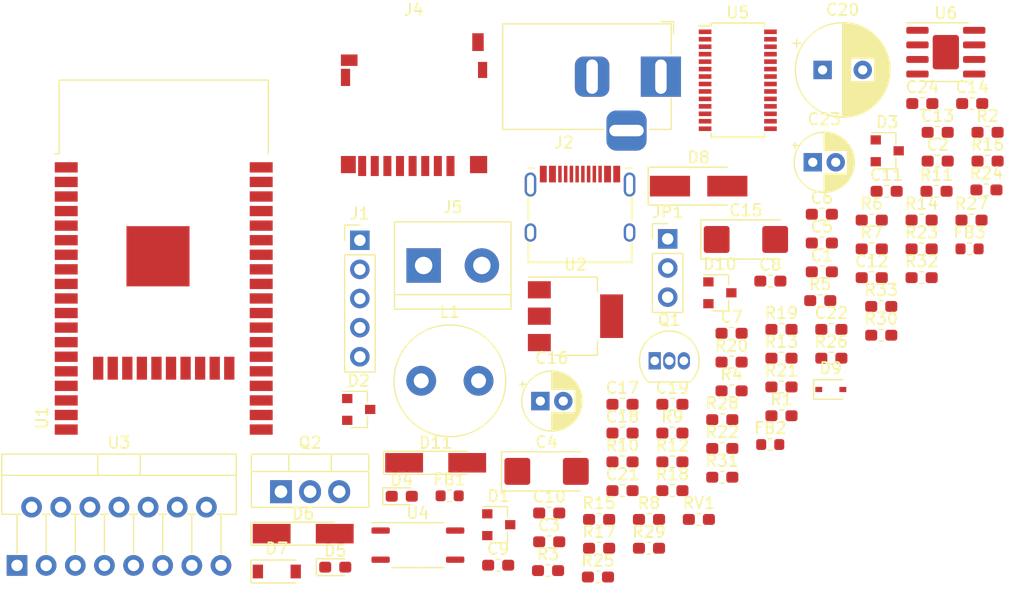
<source format=kicad_pcb>
(kicad_pcb (version 20171130) (host pcbnew 5.1.5+dfsg1-2build2)
  (layers (0 F.Cu signal) (31 B.Cu signal) (34 B.Paste user) (35 F.Paste user) (36 B.SilkS user) (37 F.SilkS user) (38 B.Mask user) (39 F.Mask user) (44 Edge.Cuts user))
  (net 0 "")
  (net 1 GND)
  (net 2 /EN)
  (net 3 "Net-(C2-Pad1)")
  (net 4 "Net-(C11-Pad1)")
  (net 5 "Net-(C6-Pad1)")
  (net 6 +3V3)
  (net 7 "Net-(C10-Pad1)")
  (net 8 "Net-(C16-Pad1)")
  (net 9 "Net-(C17-Pad2)")
  (net 10 "Net-(C18-Pad2)")
  (net 11 "Net-(C20-Pad2)")
  (net 12 "Net-(C20-Pad1)")
  (net 13 "Net-(C22-Pad1)")
  (net 14 "Net-(C23-Pad1)")
  (net 15 /sd_cmd)
  (net 16 /sd_clk)
  (net 17 /sd_d2)
  (net 18 /sd_d3)
  (net 19 /sd_d0)
  (net 20 /sd_d1)
  (net 21 "Net-(D4-Pad2)")
  (net 22 "Net-(D5-Pad2)")
  (net 23 "Net-(D5-Pad1)")
  (net 24 "Net-(D6-Pad2)")
  (net 25 "Net-(D6-Pad1)")
  (net 26 "Net-(D8-Pad2)")
  (net 27 /dial_det)
  (net 28 /i2s_mclk)
  (net 29 /TXD)
  (net 30 /RXD)
  (net 31 "Net-(J2-Pad1)")
  (net 32 "Net-(J3-PadA4)")
  (net 33 "Net-(J3-PadB8)")
  (net 34 "Net-(J3-PadA5)")
  (net 35 "Net-(J3-PadB7)")
  (net 36 "Net-(J3-PadA6)")
  (net 37 "Net-(J3-PadA7)")
  (net 38 "Net-(J3-PadB6)")
  (net 39 "Net-(J3-PadA8)")
  (net 40 "Net-(J3-PadB5)")
  (net 41 /sd_det)
  (net 42 "Net-(J5-Pad2)")
  (net 43 "Net-(J5-Pad1)")
  (net 44 "Net-(Q1-Pad3)")
  (net 45 "Net-(R9-Pad2)")
  (net 46 /i2c_sda)
  (net 47 /i2c_scl)
  (net 48 /i2s_dac_in)
  (net 49 "Net-(R14-Pad1)")
  (net 50 /i2s_bclk)
  (net 51 "Net-(R15-Pad1)")
  (net 52 /i2s_adc_out)
  (net 53 "Net-(R16-Pad1)")
  (net 54 /i2s_lrclk)
  (net 55 "Net-(R17-Pad1)")
  (net 56 "Net-(R18-Pad1)")
  (net 57 /hook_det)
  (net 58 "Net-(R21-Pad2)")
  (net 59 /dcdc_fb)
  (net 60 "Net-(R24-Pad1)")
  (net 61 "Net-(R25-Pad1)")
  (net 62 "Net-(R28-Pad1)")
  (net 63 "Net-(R30-Pad1)")
  (net 64 "Net-(R32-Pad2)")
  (net 65 "Net-(U1-Pad22)")
  (net 66 "Net-(U1-Pad20)")
  (net 67 "Net-(U1-Pad21)")
  (net 68 "Net-(U1-Pad17)")
  (net 69 "Net-(U1-Pad19)")
  (net 70 "Net-(U1-Pad18)")
  (net 71 "Net-(U1-Pad32)")
  (net 72 /line_phase_B)
  (net 73 /line_phase_A)
  (net 74 /dcdc_drv)
  (net 75 "Net-(U1-Pad28)")
  (net 76 "Net-(U1-Pad27)")
  (net 77 "Net-(U1-Pad5)")
  (net 78 "Net-(U3-Pad7)")
  (net 79 "Net-(U3-Pad3)")
  (net 80 "Net-(U5-Pad26)")
  (net 81 "Net-(U5-Pad19)")
  (net 82 "Net-(U5-Pad18)")
  (net 83 "Net-(U5-Pad17)")
  (net 84 "Net-(U5-Pad13)")
  (net 85 "Net-(U5-Pad12)")
  (net 86 "Net-(U5-Pad10)")
  (net 87 "Net-(U5-Pad2)")
  (module Package_SO:SOIC-8-1EP_3.9x4.9mm_P1.27mm_EP2.29x3mm (layer F.Cu) (at 163.21 59.59)
    (fp_text reference U6 (at 0 -3.4) (layer F.SilkS))
    (fp_text value LM358)
    (pad 8 smd roundrect (at 2.475 -1.905) (size 1.95 0.6) (layers F.Cu F.Paste F.Mask) (net 14 "Net-(C23-Pad1)"))
    (pad 7 smd roundrect (at 2.475 -0.635) (size 1.95 0.6) (layers F.Cu F.Paste F.Mask) (net 64 "Net-(R32-Pad2)"))
    (pad 6 smd roundrect (at 2.475 0.635) (size 1.95 0.6) (layers F.Cu F.Paste F.Mask) (net 62 "Net-(R28-Pad1)"))
    (pad 5 smd roundrect (at 2.475 1.905) (size 1.95 0.6) (layers F.Cu F.Paste F.Mask) (net 63 "Net-(R30-Pad1)"))
    (pad 4 smd roundrect (at -2.475 1.905) (size 1.95 0.6) (layers F.Cu F.Paste F.Mask) (net 1 GND))
    (pad 3 smd roundrect (at -2.475 0.635) (size 1.95 0.6) (layers F.Cu F.Paste F.Mask) (net 60 "Net-(R24-Pad1)"))
    (pad 2 smd roundrect (at -2.475 -0.635) (size 1.95 0.6) (layers F.Cu F.Paste F.Mask) (net 61 "Net-(R25-Pad1)"))
    (pad 1 smd roundrect (at -2.475 -1.905) (size 1.95 0.6) (layers F.Cu F.Paste F.Mask) (net 62 "Net-(R28-Pad1)"))
    (pad 9 smd roundrect (at 0 0) (size 2.29 3) (layers F.Cu F.Mask) (roundrect_rratio 0.10917))
  )
  (module Package_SO:TSSOP-28_4.4x9.7mm_P0.65mm (layer F.Cu) (at 145.07 62.04)
    (fp_text reference U5 (at 0 -5.9) (layer F.SilkS))
    (fp_text value TLV320AIC23BPW)
    (pad 28 smd rect (at 2.85 -4.225) (size 1.1 0.4) (layers F.Cu F.Paste F.Mask) (net 1 GND))
    (pad 27 smd rect (at 2.85 -3.575) (size 1.1 0.4) (layers F.Cu F.Paste F.Mask) (net 7 "Net-(C10-Pad1)"))
    (pad 26 smd rect (at 2.85 -2.925) (size 1.1 0.4) (layers F.Cu F.Paste F.Mask) (net 80 "Net-(U5-Pad26)"))
    (pad 25 smd rect (at 2.85 -2.275) (size 1.1 0.4) (layers F.Cu F.Paste F.Mask) (net 56 "Net-(R18-Pad1)"))
    (pad 24 smd rect (at 2.85 -1.625) (size 1.1 0.4) (layers F.Cu F.Paste F.Mask) (net 47 /i2c_scl))
    (pad 23 smd rect (at 2.85 -0.975) (size 1.1 0.4) (layers F.Cu F.Paste F.Mask) (net 46 /i2c_sda))
    (pad 22 smd rect (at 2.85 -0.325) (size 1.1 0.4) (layers F.Cu F.Paste F.Mask) (net 1 GND))
    (pad 21 smd rect (at 2.85 0.325) (size 1.1 0.4) (layers F.Cu F.Paste F.Mask) (net 1 GND))
    (pad 20 smd rect (at 2.85 0.975) (size 1.1 0.4) (layers F.Cu F.Paste F.Mask) (net 10 "Net-(C18-Pad2)"))
    (pad 19 smd rect (at 2.85 1.625) (size 1.1 0.4) (layers F.Cu F.Paste F.Mask) (net 81 "Net-(U5-Pad19)"))
    (pad 18 smd rect (at 2.85 2.275) (size 1.1 0.4) (layers F.Cu F.Paste F.Mask) (net 82 "Net-(U5-Pad18)"))
    (pad 17 smd rect (at 2.85 2.925) (size 1.1 0.4) (layers F.Cu F.Paste F.Mask) (net 83 "Net-(U5-Pad17)"))
    (pad 16 smd rect (at 2.85 3.575) (size 1.1 0.4) (layers F.Cu F.Paste F.Mask) (net 9 "Net-(C17-Pad2)"))
    (pad 15 smd rect (at 2.85 4.225) (size 1.1 0.4) (layers F.Cu F.Paste F.Mask) (net 1 GND))
    (pad 14 smd rect (at -2.85 4.225) (size 1.1 0.4) (layers F.Cu F.Paste F.Mask) (net 7 "Net-(C10-Pad1)"))
    (pad 13 smd rect (at -2.85 3.575) (size 1.1 0.4) (layers F.Cu F.Paste F.Mask) (net 84 "Net-(U5-Pad13)"))
    (pad 12 smd rect (at -2.85 2.925) (size 1.1 0.4) (layers F.Cu F.Paste F.Mask) (net 85 "Net-(U5-Pad12)"))
    (pad 11 smd rect (at -2.85 2.275) (size 1.1 0.4) (layers F.Cu F.Paste F.Mask) (net 1 GND))
    (pad 10 smd rect (at -2.85 1.625) (size 1.1 0.4) (layers F.Cu F.Paste F.Mask) (net 86 "Net-(U5-Pad10)"))
    (pad 9 smd rect (at -2.85 0.975) (size 1.1 0.4) (layers F.Cu F.Paste F.Mask) (net 58 "Net-(R21-Pad2)"))
    (pad 8 smd rect (at -2.85 0.325) (size 1.1 0.4) (layers F.Cu F.Paste F.Mask) (net 7 "Net-(C10-Pad1)"))
    (pad 7 smd rect (at -2.85 -0.325) (size 1.1 0.4) (layers F.Cu F.Paste F.Mask) (net 55 "Net-(R17-Pad1)"))
    (pad 6 smd rect (at -2.85 -0.975) (size 1.1 0.4) (layers F.Cu F.Paste F.Mask) (net 53 "Net-(R16-Pad1)"))
    (pad 5 smd rect (at -2.85 -1.625) (size 1.1 0.4) (layers F.Cu F.Paste F.Mask) (net 55 "Net-(R17-Pad1)"))
    (pad 4 smd rect (at -2.85 -2.275) (size 1.1 0.4) (layers F.Cu F.Paste F.Mask) (net 49 "Net-(R14-Pad1)"))
    (pad 3 smd rect (at -2.85 -2.925) (size 1.1 0.4) (layers F.Cu F.Paste F.Mask) (net 51 "Net-(R15-Pad1)"))
    (pad 2 smd rect (at -2.85 -3.575) (size 1.1 0.4) (layers F.Cu F.Paste F.Mask) (net 87 "Net-(U5-Pad2)"))
    (pad 1 smd rect (at -2.85 -4.225) (size 1.1 0.4) (layers F.Cu F.Paste F.Mask) (net 7 "Net-(C10-Pad1)"))
  )
  (module Package_SO:SOIC-4_4.55x3.7mm_P2.54mm (layer F.Cu) (at 117.18 102.57)
    (fp_text reference U4 (at 0 -2.8) (layer F.SilkS))
    (fp_text value TLP185)
    (pad 6 smd roundrect (at 3.25 -1.27) (size 1.6 0.55) (layers F.Cu F.Paste F.Mask) (net 57 /hook_det))
    (pad 4 smd roundrect (at 3.25 1.27) (size 1.6 0.55) (layers F.Cu F.Paste F.Mask) (net 1 GND))
    (pad 3 smd roundrect (at -3.25 1.27) (size 1.6 0.55) (layers F.Cu F.Paste F.Mask) (net 1 GND))
    (pad 1 smd roundrect (at -3.25 -1.27) (size 1.6 0.55) (layers F.Cu F.Paste F.Mask) (net 23 "Net-(D5-Pad1)"))
  )
  (module Package_TO_SOT_THT:TO-220-15_P2.54x2.54mm_StaggerOdd_Lead4.58mm_Vertical (layer F.Cu) (at 82.23 104.34)
    (fp_text reference U3 (at 8.89 -10.7) (layer F.SilkS))
    (fp_text value L298HN)
    (pad 15 thru_hole oval (at 17.78 0) (size 1.8 1.8) (drill 1) (layers *.Cu *.Mask) (net 12 "Net-(C20-Pad1)"))
    (pad 14 thru_hole oval (at 16.51 -5.08) (size 1.8 1.8) (drill 1) (layers *.Cu *.Mask) (net 42 "Net-(J5-Pad2)"))
    (pad 13 thru_hole oval (at 15.24 0) (size 1.8 1.8) (drill 1) (layers *.Cu *.Mask) (net 43 "Net-(J5-Pad1)"))
    (pad 12 thru_hole oval (at 13.97 -5.08) (size 1.8 1.8) (drill 1) (layers *.Cu *.Mask) (net 72 /line_phase_B))
    (pad 11 thru_hole oval (at 12.7 0) (size 1.8 1.8) (drill 1) (layers *.Cu *.Mask) (net 4 "Net-(C11-Pad1)"))
    (pad 10 thru_hole oval (at 11.43 -5.08) (size 1.8 1.8) (drill 1) (layers *.Cu *.Mask) (net 73 /line_phase_A))
    (pad 9 thru_hole oval (at 10.16 0) (size 1.8 1.8) (drill 1) (layers *.Cu *.Mask) (net 4 "Net-(C11-Pad1)"))
    (pad 8 thru_hole oval (at 8.89 -5.08) (size 1.8 1.8) (drill 1) (layers *.Cu *.Mask) (net 1 GND))
    (pad 7 thru_hole oval (at 7.62 0) (size 1.8 1.8) (drill 1) (layers *.Cu *.Mask) (net 78 "Net-(U3-Pad7)"))
    (pad 6 thru_hole oval (at 6.35 -5.08) (size 1.8 1.8) (drill 1) (layers *.Cu *.Mask) (net 4 "Net-(C11-Pad1)"))
    (pad 5 thru_hole oval (at 5.08 0) (size 1.8 1.8) (drill 1) (layers *.Cu *.Mask) (net 74 /dcdc_drv))
    (pad 4 thru_hole oval (at 3.81 -5.08) (size 1.8 1.8) (drill 1) (layers *.Cu *.Mask) (net 8 "Net-(C16-Pad1)"))
    (pad 3 thru_hole oval (at 2.54 0) (size 1.8 1.8) (drill 1) (layers *.Cu *.Mask) (net 79 "Net-(U3-Pad3)"))
    (pad 2 thru_hole oval (at 1.27 -5.08) (size 1.8 1.8) (drill 1) (layers *.Cu *.Mask) (net 25 "Net-(D6-Pad1)"))
    (pad 1 thru_hole rect (at 0 0) (size 1.8 1.8) (drill 1) (layers *.Cu *.Mask) (net 1 GND))
  )
  (module Package_TO_SOT_SMD:SOT-223-3_TabPin2 (layer F.Cu) (at 130.92 82.61)
    (fp_text reference U2 (at 0 -4.5) (layer F.SilkS))
    (fp_text value LM1117-3.3)
    (pad 1 smd rect (at -3.15 -2.3) (size 2 1.5) (layers F.Cu F.Paste F.Mask) (net 1 GND))
    (pad 3 smd rect (at -3.15 2.3) (size 2 1.5) (layers F.Cu F.Paste F.Mask) (net 4 "Net-(C11-Pad1)"))
    (pad 2 smd rect (at -3.15 0) (size 2 1.5) (layers F.Cu F.Paste F.Mask) (net 6 +3V3))
    (pad 2 smd rect (at 3.15 0) (size 2 3.8) (layers F.Cu F.Paste F.Mask) (net 6 +3V3))
  )
  (module pleb:ESP32-WRO-OM-VER (layer F.Cu) (at 95.02 77.89)
    (fp_text reference U1 (at -10.61 13.58 90) (layer F.SilkS))
    (fp_text value ESP32-WROOM-32)
    (pad 22 smd rect (at 8.5 12.065) (size 2 0.9) (layers F.Cu F.Paste F.Mask) (net 65 "Net-(U1-Pad22)"))
    (pad 24 smd rect (at 8.5 9.525) (size 2 0.9) (layers F.Cu F.Paste F.Mask) (net 19 /sd_d0))
    (pad 23 smd rect (at 8.5 10.795) (size 2 0.9) (layers F.Cu F.Paste F.Mask) (net 15 /sd_cmd))
    (pad 20 smd rect (at 8.5 14.604) (size 2 0.9) (layers F.Cu F.Paste F.Mask) (net 66 "Net-(U1-Pad20)"))
    (pad 21 smd rect (at 8.5 13.335) (size 2 0.9) (layers F.Cu F.Paste F.Mask) (net 67 "Net-(U1-Pad21)"))
    (pad 17 smd rect (at -8.5 12.065) (size 2 0.9) (layers F.Cu F.Paste F.Mask) (net 68 "Net-(U1-Pad17)"))
    (pad 15 smd rect (at -8.5 9.525) (size 2 0.9) (layers F.Cu F.Paste F.Mask) (net 1 GND))
    (pad 16 smd rect (at -8.5 10.795) (size 2 0.9) (layers F.Cu F.Paste F.Mask) (net 18 /sd_d3))
    (pad 19 smd rect (at -8.5 14.605) (size 2 0.9) (layers F.Cu F.Paste F.Mask) (net 69 "Net-(U1-Pad19)"))
    (pad 18 smd rect (at -8.5 13.335) (size 2 0.9) (layers F.Cu F.Paste F.Mask) (net 70 "Net-(U1-Pad18)"))
    (pad 38 smd rect (at 8.5 -8.255) (size 2 0.9) (layers F.Cu F.Paste F.Mask) (net 1 GND))
    (pad 37 smd rect (at 8.5 -6.985) (size 2 0.9) (layers F.Cu F.Paste F.Mask) (net 57 /hook_det))
    (pad 36 smd rect (at 8.5 -5.715) (size 2 0.9) (layers F.Cu F.Paste F.Mask) (net 27 /dial_det))
    (pad 35 smd rect (at 8.5 -4.445) (size 2 0.9) (layers F.Cu F.Paste F.Mask) (net 29 /TXD))
    (pad 34 smd rect (at 8.5 -3.175) (size 2 0.9) (layers F.Cu F.Paste F.Mask) (net 30 /RXD))
    (pad 33 smd rect (at 8.5 -1.905) (size 2 0.9) (layers F.Cu F.Paste F.Mask) (net 45 "Net-(R9-Pad2)"))
    (pad 32 smd rect (at 8.5 -0.635) (size 2 0.9) (layers F.Cu F.Paste F.Mask) (net 71 "Net-(U1-Pad32)"))
    (pad 31 smd rect (at 8.5 0.635) (size 2 0.9) (layers F.Cu F.Paste F.Mask) (net 72 /line_phase_B))
    (pad 30 smd rect (at 8.5 1.905) (size 2 0.9) (layers F.Cu F.Paste F.Mask) (net 73 /line_phase_A))
    (pad 29 smd rect (at 8.5 3.175) (size 2 0.9) (layers F.Cu F.Paste F.Mask) (net 74 /dcdc_drv))
    (pad 28 smd rect (at 8.5 4.445) (size 2 0.9) (layers F.Cu F.Paste F.Mask) (net 75 "Net-(U1-Pad28)"))
    (pad 27 smd rect (at 8.5 5.715) (size 2 0.9) (layers F.Cu F.Paste F.Mask) (net 76 "Net-(U1-Pad27)"))
    (pad 26 smd rect (at 8.5 6.985) (size 2 0.9) (layers F.Cu F.Paste F.Mask) (net 20 /sd_d1))
    (pad 25 smd rect (at 8.5 8.255) (size 2 0.9) (layers F.Cu F.Paste F.Mask) (net 28 /i2s_mclk))
    (pad 24 smd rect (at 5.715 9.255 90) (size 2 0.9) (layers F.Cu F.Paste F.Mask) (net 19 /sd_d0))
    (pad 23 smd rect (at 4.445 9.255 90) (size 2 0.9) (layers F.Cu F.Paste F.Mask) (net 15 /sd_cmd))
    (pad 22 smd rect (at 3.175 9.255 90) (size 2 0.9) (layers F.Cu F.Paste F.Mask) (net 65 "Net-(U1-Pad22)"))
    (pad 21 smd rect (at 1.905 9.255 90) (size 2 0.9) (layers F.Cu F.Paste F.Mask) (net 67 "Net-(U1-Pad21)"))
    (pad 20 smd rect (at 0.635 9.255 90) (size 2 0.9) (layers F.Cu F.Paste F.Mask) (net 66 "Net-(U1-Pad20)"))
    (pad 19 smd rect (at -0.635 9.255 90) (size 2 0.9) (layers F.Cu F.Paste F.Mask) (net 69 "Net-(U1-Pad19)"))
    (pad 18 smd rect (at -1.905 9.255 90) (size 2 0.9) (layers F.Cu F.Paste F.Mask) (net 70 "Net-(U1-Pad18)"))
    (pad 17 smd rect (at -3.175 9.255 90) (size 2 0.9) (layers F.Cu F.Paste F.Mask) (net 68 "Net-(U1-Pad17)"))
    (pad 16 smd rect (at -4.445 9.255 90) (size 2 0.9) (layers F.Cu F.Paste F.Mask) (net 18 /sd_d3))
    (pad 15 smd rect (at -5.715 9.255 90) (size 2 0.9) (layers F.Cu F.Paste F.Mask) (net 1 GND))
    (pad 14 smd rect (at -8.5 8.255) (size 2 0.9) (layers F.Cu F.Paste F.Mask) (net 17 /sd_d2))
    (pad 13 smd rect (at -8.5 6.985) (size 2 0.9) (layers F.Cu F.Paste F.Mask) (net 16 /sd_clk))
    (pad 12 smd rect (at -8.5 5.715) (size 2 0.9) (layers F.Cu F.Paste F.Mask) (net 47 /i2c_scl))
    (pad 11 smd rect (at -8.5 4.445) (size 2 0.9) (layers F.Cu F.Paste F.Mask) (net 46 /i2c_sda))
    (pad 10 smd rect (at -8.5 3.175) (size 2 0.9) (layers F.Cu F.Paste F.Mask) (net 48 /i2s_dac_in))
    (pad 9 smd rect (at -8.5 1.905) (size 2 0.9) (layers F.Cu F.Paste F.Mask) (net 54 /i2s_lrclk))
    (pad 8 smd rect (at -8.5 0.635) (size 2 0.9) (layers F.Cu F.Paste F.Mask) (net 50 /i2s_bclk))
    (pad 7 smd rect (at -8.5 -0.635) (size 2 0.9) (layers F.Cu F.Paste F.Mask) (net 52 /i2s_adc_out))
    (pad 6 smd rect (at -8.5 -1.905) (size 2 0.9) (layers F.Cu F.Paste F.Mask) (net 41 /sd_det))
    (pad 5 smd rect (at -8.5 -3.175) (size 2 0.9) (layers F.Cu F.Paste F.Mask) (net 77 "Net-(U1-Pad5)"))
    (pad 4 smd rect (at -8.5 -4.445) (size 2 0.9) (layers F.Cu F.Paste F.Mask) (net 59 /dcdc_fb))
    (pad 3 smd rect (at -8.5 -5.715) (size 2 0.9) (layers F.Cu F.Paste F.Mask) (net 2 /EN))
    (pad 2 smd rect (at -8.5 -6.985) (size 2 0.9) (layers F.Cu F.Paste F.Mask) (net 5 "Net-(C6-Pad1)"))
    (pad 1 smd rect (at -8.5 -8.255) (size 2 0.9) (layers F.Cu F.Paste F.Mask) (net 1 GND))
    (pad 39 smd rect (at -0.5 -0.505) (size 5.5 5.25) (layers F.Cu F.Paste F.Mask) (net 1 GND))
  )
  (module Resistor_SMD:R_0603_1608Metric_Pad1.05x0.95mm_HandSolder (layer F.Cu) (at 141.68 100.33)
    (fp_text reference RV1 (at 0 -1.43) (layer F.SilkS))
    (fp_text value 100k)
    (pad 2 smd roundrect (at 0.875 0) (size 1.05 0.95) (layers F.Cu F.Paste F.Mask) (net 60 "Net-(R24-Pad1)"))
    (pad 1 smd roundrect (at -0.875 0) (size 1.05 0.95) (layers F.Cu F.Paste F.Mask) (net 9 "Net-(C17-Pad2)"))
  )
  (module Resistor_SMD:R_0603_1608Metric_Pad1.05x0.95mm_HandSolder (layer F.Cu) (at 157.58 81.76)
    (fp_text reference R33 (at 0 -1.43) (layer F.SilkS))
    (fp_text value 10k)
    (pad 2 smd roundrect (at 0.875 0) (size 1.05 0.95) (layers F.Cu F.Paste F.Mask) (net 27 /dial_det))
    (pad 1 smd roundrect (at -0.875 0) (size 1.05 0.95) (layers F.Cu F.Paste F.Mask) (net 64 "Net-(R32-Pad2)"))
  )
  (module Resistor_SMD:R_0603_1608Metric_Pad1.05x0.95mm_HandSolder (layer F.Cu) (at 161.1 79.25)
    (fp_text reference R32 (at 0 -1.43) (layer F.SilkS))
    (fp_text value 10k)
    (pad 2 smd roundrect (at 0.875 0) (size 1.05 0.95) (layers F.Cu F.Paste F.Mask) (net 64 "Net-(R32-Pad2)"))
    (pad 1 smd roundrect (at -0.875 0) (size 1.05 0.95) (layers F.Cu F.Paste F.Mask) (net 63 "Net-(R30-Pad1)"))
  )
  (module Resistor_SMD:R_0603_1608Metric_Pad1.05x0.95mm_HandSolder (layer F.Cu) (at 143.72 96.65)
    (fp_text reference R31 (at 0 -1.43) (layer F.SilkS))
    (fp_text value 22k)
    (pad 2 smd roundrect (at 0.875 0) (size 1.05 0.95) (layers F.Cu F.Paste F.Mask) (net 63 "Net-(R30-Pad1)"))
    (pad 1 smd roundrect (at -0.875 0) (size 1.05 0.95) (layers F.Cu F.Paste F.Mask) (net 1 GND))
  )
  (module Resistor_SMD:R_0603_1608Metric_Pad1.05x0.95mm_HandSolder (layer F.Cu) (at 157.58 84.27)
    (fp_text reference R30 (at 0 -1.43) (layer F.SilkS))
    (fp_text value 10k)
    (pad 2 smd roundrect (at 0.875 0) (size 1.05 0.95) (layers F.Cu F.Paste F.Mask) (net 14 "Net-(C23-Pad1)"))
    (pad 1 smd roundrect (at -0.875 0) (size 1.05 0.95) (layers F.Cu F.Paste F.Mask) (net 63 "Net-(R30-Pad1)"))
  )
  (module Resistor_SMD:R_0603_1608Metric_Pad1.05x0.95mm_HandSolder (layer F.Cu) (at 137.33 102.84)
    (fp_text reference R29 (at 0 -1.43) (layer F.SilkS))
    (fp_text value 22k)
    (pad 2 smd roundrect (at 0.875 0) (size 1.05 0.95) (layers F.Cu F.Paste F.Mask) (net 61 "Net-(R25-Pad1)"))
    (pad 1 smd roundrect (at -0.875 0) (size 1.05 0.95) (layers F.Cu F.Paste F.Mask) (net 62 "Net-(R28-Pad1)"))
  )
  (module Resistor_SMD:R_0603_1608Metric_Pad1.05x0.95mm_HandSolder (layer F.Cu) (at 143.72 91.63)
    (fp_text reference R28 (at 0 -1.43) (layer F.SilkS))
    (fp_text value 100)
    (pad 2 smd roundrect (at 0.875 0) (size 1.05 0.95) (layers F.Cu F.Paste F.Mask) (net 13 "Net-(C22-Pad1)"))
    (pad 1 smd roundrect (at -0.875 0) (size 1.05 0.95) (layers F.Cu F.Paste F.Mask) (net 62 "Net-(R28-Pad1)"))
  )
  (module Resistor_SMD:R_0603_1608Metric_Pad1.05x0.95mm_HandSolder (layer F.Cu) (at 165.45 74.23)
    (fp_text reference R27 (at 0 -1.43) (layer F.SilkS))
    (fp_text value 1k)
    (pad 2 smd roundrect (at 0.875 0) (size 1.05 0.95) (layers F.Cu F.Paste F.Mask) (net 8 "Net-(C16-Pad1)"))
    (pad 1 smd roundrect (at -0.875 0) (size 1.05 0.95) (layers F.Cu F.Paste F.Mask) (net 14 "Net-(C23-Pad1)"))
  )
  (module Resistor_SMD:R_0603_1608Metric_Pad1.05x0.95mm_HandSolder (layer F.Cu) (at 153.23 86.27)
    (fp_text reference R26 (at 0 -1.43) (layer F.SilkS))
    (fp_text value 1k)
    (pad 2 smd roundrect (at 0.875 0) (size 1.05 0.95) (layers F.Cu F.Paste F.Mask) (net 8 "Net-(C16-Pad1)"))
    (pad 1 smd roundrect (at -0.875 0) (size 1.05 0.95) (layers F.Cu F.Paste F.Mask) (net 14 "Net-(C23-Pad1)"))
  )
  (module Resistor_SMD:R_0603_1608Metric_Pad1.05x0.95mm_HandSolder (layer F.Cu) (at 132.88 105.35)
    (fp_text reference R25 (at 0 -1.43) (layer F.SilkS))
    (fp_text value 10k)
    (pad 2 smd roundrect (at 0.875 0) (size 1.05 0.95) (layers F.Cu F.Paste F.Mask) (net 58 "Net-(R21-Pad2)"))
    (pad 1 smd roundrect (at -0.875 0) (size 1.05 0.95) (layers F.Cu F.Paste F.Mask) (net 61 "Net-(R25-Pad1)"))
  )
  (module Resistor_SMD:R_0603_1608Metric_Pad1.05x0.95mm_HandSolder (layer F.Cu) (at 166.75 71.6)
    (fp_text reference R24 (at 0 -1.43) (layer F.SilkS))
    (fp_text value 10k)
    (pad 2 smd roundrect (at 0.875 0) (size 1.05 0.95) (layers F.Cu F.Paste F.Mask) (net 11 "Net-(C20-Pad2)"))
    (pad 1 smd roundrect (at -0.875 0) (size 1.05 0.95) (layers F.Cu F.Paste F.Mask) (net 60 "Net-(R24-Pad1)"))
  )
  (module Resistor_SMD:R_0603_1608Metric_Pad1.05x0.95mm_HandSolder (layer F.Cu) (at 161.1 76.74)
    (fp_text reference R23 (at 0 -1.43) (layer F.SilkS))
    (fp_text value 1k)
    (pad 2 smd roundrect (at 0.875 0) (size 1.05 0.95) (layers F.Cu F.Paste F.Mask) (net 59 /dcdc_fb))
    (pad 1 smd roundrect (at -0.875 0) (size 1.05 0.95) (layers F.Cu F.Paste F.Mask) (net 1 GND))
  )
  (module Resistor_SMD:R_0603_1608Metric_Pad1.05x0.95mm_HandSolder (layer F.Cu) (at 143.72 94.14)
    (fp_text reference R22 (at 0 -1.43) (layer F.SilkS))
    (fp_text value 22k)
    (pad 2 smd roundrect (at 0.875 0) (size 1.05 0.95) (layers F.Cu F.Paste F.Mask) (net 8 "Net-(C16-Pad1)"))
    (pad 1 smd roundrect (at -0.875 0) (size 1.05 0.95) (layers F.Cu F.Paste F.Mask) (net 59 /dcdc_fb))
  )
  (module Resistor_SMD:R_0603_1608Metric_Pad1.05x0.95mm_HandSolder (layer F.Cu) (at 148.88 88.78)
    (fp_text reference R21 (at 0 -1.43) (layer F.SilkS))
    (fp_text value 100)
    (pad 2 smd roundrect (at 0.875 0) (size 1.05 0.95) (layers F.Cu F.Paste F.Mask) (net 58 "Net-(R21-Pad2)"))
    (pad 1 smd roundrect (at -0.875 0) (size 1.05 0.95) (layers F.Cu F.Paste F.Mask) (net 11 "Net-(C20-Pad2)"))
  )
  (module Resistor_SMD:R_0603_1608Metric_Pad1.05x0.95mm_HandSolder (layer F.Cu) (at 144.53 86.61)
    (fp_text reference R20 (at 0 -1.43) (layer F.SilkS))
    (fp_text value 1k)
    (pad 2 smd roundrect (at 0.875 0) (size 1.05 0.95) (layers F.Cu F.Paste F.Mask) (net 25 "Net-(D6-Pad1)"))
    (pad 1 smd roundrect (at -0.875 0) (size 1.05 0.95) (layers F.Cu F.Paste F.Mask) (net 24 "Net-(D6-Pad2)"))
  )
  (module Resistor_SMD:R_0603_1608Metric_Pad1.05x0.95mm_HandSolder (layer F.Cu) (at 148.88 83.76)
    (fp_text reference R19 (at 0 -1.43) (layer F.SilkS))
    (fp_text value 10k)
    (pad 2 smd roundrect (at 0.875 0) (size 1.05 0.95) (layers F.Cu F.Paste F.Mask) (net 6 +3V3))
    (pad 1 smd roundrect (at -0.875 0) (size 1.05 0.95) (layers F.Cu F.Paste F.Mask) (net 57 /hook_det))
  )
  (module Resistor_SMD:R_0603_1608Metric_Pad1.05x0.95mm_HandSolder (layer F.Cu) (at 139.37 97.82)
    (fp_text reference R18 (at 0 -1.43) (layer F.SilkS))
    (fp_text value 33)
    (pad 2 smd roundrect (at 0.875 0) (size 1.05 0.95) (layers F.Cu F.Paste F.Mask) (net 28 /i2s_mclk))
    (pad 1 smd roundrect (at -0.875 0) (size 1.05 0.95) (layers F.Cu F.Paste F.Mask) (net 56 "Net-(R18-Pad1)"))
  )
  (module Resistor_SMD:R_0603_1608Metric_Pad1.05x0.95mm_HandSolder (layer F.Cu) (at 132.98 102.84)
    (fp_text reference R17 (at 0 -1.43) (layer F.SilkS))
    (fp_text value 33)
    (pad 2 smd roundrect (at 0.875 0) (size 1.05 0.95) (layers F.Cu F.Paste F.Mask) (net 54 /i2s_lrclk))
    (pad 1 smd roundrect (at -0.875 0) (size 1.05 0.95) (layers F.Cu F.Paste F.Mask) (net 55 "Net-(R17-Pad1)"))
  )
  (module Resistor_SMD:R_0603_1608Metric_Pad1.05x0.95mm_HandSolder (layer F.Cu) (at 166.85 69.09)
    (fp_text reference R16 (at 0 -1.43) (layer F.SilkS))
    (fp_text value 33)
    (pad 2 smd roundrect (at 0.875 0) (size 1.05 0.95) (layers F.Cu F.Paste F.Mask) (net 52 /i2s_adc_out))
    (pad 1 smd roundrect (at -0.875 0) (size 1.05 0.95) (layers F.Cu F.Paste F.Mask) (net 53 "Net-(R16-Pad1)"))
  )
  (module Resistor_SMD:R_0603_1608Metric_Pad1.05x0.95mm_HandSolder (layer F.Cu) (at 132.98 100.33)
    (fp_text reference R15 (at 0 -1.43) (layer F.SilkS))
    (fp_text value 33)
    (pad 2 smd roundrect (at 0.875 0) (size 1.05 0.95) (layers F.Cu F.Paste F.Mask) (net 50 /i2s_bclk))
    (pad 1 smd roundrect (at -0.875 0) (size 1.05 0.95) (layers F.Cu F.Paste F.Mask) (net 51 "Net-(R15-Pad1)"))
  )
  (module Resistor_SMD:R_0603_1608Metric_Pad1.05x0.95mm_HandSolder (layer F.Cu) (at 161.1 74.23)
    (fp_text reference R14 (at 0 -1.43) (layer F.SilkS))
    (fp_text value 33)
    (pad 2 smd roundrect (at 0.875 0) (size 1.05 0.95) (layers F.Cu F.Paste F.Mask) (net 48 /i2s_dac_in))
    (pad 1 smd roundrect (at -0.875 0) (size 1.05 0.95) (layers F.Cu F.Paste F.Mask) (net 49 "Net-(R14-Pad1)"))
  )
  (module Resistor_SMD:R_0603_1608Metric_Pad1.05x0.95mm_HandSolder (layer F.Cu) (at 148.88 86.27)
    (fp_text reference R13 (at 0 -1.43) (layer F.SilkS))
    (fp_text value 10k)
    (pad 2 smd roundrect (at 0.875 0) (size 1.05 0.95) (layers F.Cu F.Paste F.Mask) (net 4 "Net-(C11-Pad1)"))
    (pad 1 smd roundrect (at -0.875 0) (size 1.05 0.95) (layers F.Cu F.Paste F.Mask) (net 22 "Net-(D5-Pad2)"))
  )
  (module Resistor_SMD:R_0603_1608Metric_Pad1.05x0.95mm_HandSolder (layer F.Cu) (at 139.37 95.31)
    (fp_text reference R12 (at 0 -1.43) (layer F.SilkS))
    (fp_text value 100)
    (pad 2 smd roundrect (at 0.875 0) (size 1.05 0.95) (layers F.Cu F.Paste F.Mask) (net 1 GND))
    (pad 1 smd roundrect (at -0.875 0) (size 1.05 0.95) (layers F.Cu F.Paste F.Mask) (net 44 "Net-(Q1-Pad3)"))
  )
  (module Resistor_SMD:R_0603_1608Metric_Pad1.05x0.95mm_HandSolder (layer F.Cu) (at 162.4 71.72)
    (fp_text reference R11 (at 0 -1.43) (layer F.SilkS))
    (fp_text value R)
    (pad 2 smd roundrect (at 0.875 0) (size 1.05 0.95) (layers F.Cu F.Paste F.Mask) (net 47 /i2c_scl))
    (pad 1 smd roundrect (at -0.875 0) (size 1.05 0.95) (layers F.Cu F.Paste F.Mask) (net 6 +3V3))
  )
  (module Resistor_SMD:R_0603_1608Metric_Pad1.05x0.95mm_HandSolder (layer F.Cu) (at 135.02 95.31)
    (fp_text reference R10 (at 0 -1.43) (layer F.SilkS))
    (fp_text value R)
    (pad 2 smd roundrect (at 0.875 0) (size 1.05 0.95) (layers F.Cu F.Paste F.Mask) (net 46 /i2c_sda))
    (pad 1 smd roundrect (at -0.875 0) (size 1.05 0.95) (layers F.Cu F.Paste F.Mask) (net 6 +3V3))
  )
  (module Resistor_SMD:R_0603_1608Metric_Pad1.05x0.95mm_HandSolder (layer F.Cu) (at 139.37 92.8)
    (fp_text reference R9 (at 0 -1.43) (layer F.SilkS))
    (fp_text value R)
    (pad 2 smd roundrect (at 0.875 0) (size 1.05 0.95) (layers F.Cu F.Paste F.Mask) (net 45 "Net-(R9-Pad2)"))
    (pad 1 smd roundrect (at -0.875 0) (size 1.05 0.95) (layers F.Cu F.Paste F.Mask) (net 21 "Net-(D4-Pad2)"))
  )
  (module Resistor_SMD:R_0603_1608Metric_Pad1.05x0.95mm_HandSolder (layer F.Cu) (at 137.33 100.33)
    (fp_text reference R8 (at 0 -1.43) (layer F.SilkS))
    (fp_text value R)
    (pad 2 smd roundrect (at 0.875 0) (size 1.05 0.95) (layers F.Cu F.Paste F.Mask) (net 19 /sd_d0))
    (pad 1 smd roundrect (at -0.875 0) (size 1.05 0.95) (layers F.Cu F.Paste F.Mask) (net 3 "Net-(C2-Pad1)"))
  )
  (module Resistor_SMD:R_0603_1608Metric_Pad1.05x0.95mm_HandSolder (layer F.Cu) (at 156.75 76.74)
    (fp_text reference R7 (at 0 -1.43) (layer F.SilkS))
    (fp_text value R)
    (pad 2 smd roundrect (at 0.875 0) (size 1.05 0.95) (layers F.Cu F.Paste F.Mask) (net 20 /sd_d1))
    (pad 1 smd roundrect (at -0.875 0) (size 1.05 0.95) (layers F.Cu F.Paste F.Mask) (net 3 "Net-(C2-Pad1)"))
  )
  (module Resistor_SMD:R_0603_1608Metric_Pad1.05x0.95mm_HandSolder (layer F.Cu) (at 156.75 74.23)
    (fp_text reference R6 (at 0 -1.43) (layer F.SilkS))
    (fp_text value R)
    (pad 2 smd roundrect (at 0.875 0) (size 1.05 0.95) (layers F.Cu F.Paste F.Mask) (net 17 /sd_d2))
    (pad 1 smd roundrect (at -0.875 0) (size 1.05 0.95) (layers F.Cu F.Paste F.Mask) (net 3 "Net-(C2-Pad1)"))
  )
  (module Resistor_SMD:R_0603_1608Metric_Pad1.05x0.95mm_HandSolder (layer F.Cu) (at 152.26 81.25)
    (fp_text reference R5 (at 0 -1.43) (layer F.SilkS))
    (fp_text value R)
    (pad 2 smd roundrect (at 0.875 0) (size 1.05 0.95) (layers F.Cu F.Paste F.Mask) (net 18 /sd_d3))
    (pad 1 smd roundrect (at -0.875 0) (size 1.05 0.95) (layers F.Cu F.Paste F.Mask) (net 3 "Net-(C2-Pad1)"))
  )
  (module Resistor_SMD:R_0603_1608Metric_Pad1.05x0.95mm_HandSolder (layer F.Cu) (at 144.53 89.12)
    (fp_text reference R4 (at 0 -1.43) (layer F.SilkS))
    (fp_text value R)
    (pad 2 smd roundrect (at 0.875 0) (size 1.05 0.95) (layers F.Cu F.Paste F.Mask) (net 15 /sd_cmd))
    (pad 1 smd roundrect (at -0.875 0) (size 1.05 0.95) (layers F.Cu F.Paste F.Mask) (net 3 "Net-(C2-Pad1)"))
  )
  (module Resistor_SMD:R_0603_1608Metric_Pad1.05x0.95mm_HandSolder (layer F.Cu) (at 128.53 104.79)
    (fp_text reference R3 (at 0 -1.43) (layer F.SilkS))
    (fp_text value R)
    (pad 2 smd roundrect (at 0.875 0) (size 1.05 0.95) (layers F.Cu F.Paste F.Mask) (net 16 /sd_clk))
    (pad 1 smd roundrect (at -0.875 0) (size 1.05 0.95) (layers F.Cu F.Paste F.Mask) (net 3 "Net-(C2-Pad1)"))
  )
  (module Resistor_SMD:R_0603_1608Metric_Pad1.05x0.95mm_HandSolder (layer F.Cu) (at 166.85 66.58)
    (fp_text reference R2 (at 0 -1.43) (layer F.SilkS))
    (fp_text value R)
    (pad 2 smd roundrect (at 0.875 0) (size 1.05 0.95) (layers F.Cu F.Paste F.Mask) (net 41 /sd_det))
    (pad 1 smd roundrect (at -0.875 0) (size 1.05 0.95) (layers F.Cu F.Paste F.Mask) (net 3 "Net-(C2-Pad1)"))
  )
  (module Resistor_SMD:R_0603_1608Metric_Pad1.05x0.95mm_HandSolder (layer F.Cu) (at 148.88 91.29)
    (fp_text reference R1 (at 0 -1.43) (layer F.SilkS))
    (fp_text value 10k)
    (pad 2 smd roundrect (at 0.875 0) (size 1.05 0.95) (layers F.Cu F.Paste F.Mask) (net 2 /EN))
    (pad 1 smd roundrect (at -0.875 0) (size 1.05 0.95) (layers F.Cu F.Paste F.Mask) (net 5 "Net-(C6-Pad1)"))
  )
  (module Package_TO_SOT_THT:TO-220-3_Vertical (layer F.Cu) (at 105.24 97.91)
    (fp_text reference Q2 (at 2.54 -4.27) (layer F.SilkS))
    (fp_text value IRL530N)
    (pad 3 thru_hole oval (at 5.08 0) (size 1.905 2) (drill 1.1) (layers *.Cu *.Mask) (net 1 GND))
    (pad 2 thru_hole oval (at 2.54 0) (size 1.905 2) (drill 1.1) (layers *.Cu *.Mask) (net 26 "Net-(D8-Pad2)"))
    (pad 1 thru_hole rect (at 0 0) (size 1.905 2) (drill 1.1) (layers *.Cu *.Mask) (net 24 "Net-(D6-Pad2)"))
  )
  (module Package_TO_SOT_THT:TO-92_Inline (layer F.Cu) (at 137.83 86.5)
    (fp_text reference Q1 (at 1.27 -3.56) (layer F.SilkS))
    (fp_text value BC546)
    (pad 1 thru_hole rect (at 0 0) (size 1.05 1.5) (drill 0.75) (layers *.Cu *.Mask) (net 12 "Net-(C20-Pad1)"))
    (pad 3 thru_hole oval (at 2.54 0) (size 1.05 1.5) (drill 0.75) (layers *.Cu *.Mask) (net 44 "Net-(Q1-Pad3)"))
    (pad 2 thru_hole oval (at 1.27 0) (size 1.05 1.5) (drill 0.75) (layers *.Cu *.Mask) (net 22 "Net-(D5-Pad2)"))
  )
  (module Inductor_THT:L_Radial_D9.5mm_P5.00mm_Fastron_07HVP (layer F.Cu) (at 117.47 88.24)
    (fp_text reference L1 (at 2.5 -6) (layer F.SilkS))
    (fp_text value L_Core_Ferrite)
    (pad 2 thru_hole circle (at 5 0) (size 2.6 2.6) (drill 1.3) (layers *.Cu *.Mask) (net 26 "Net-(D8-Pad2)"))
    (pad 1 thru_hole circle (at 0 0) (size 2.6 2.6) (drill 1.3) (layers *.Cu *.Mask) (net 4 "Net-(C11-Pad1)"))
  )
  (module Connector_PinHeader_2.54mm:PinHeader_1x03_P2.54mm_Vertical (layer F.Cu) (at 138.96 75.87)
    (fp_text reference JP1 (at 0 -2.33) (layer F.SilkS))
    (fp_text value Jumper_NC_Dual)
    (pad 3 thru_hole oval (at 0 5.08) (size 1.7 1.7) (drill 1) (layers *.Cu *.Mask) (net 31 "Net-(J2-Pad1)"))
    (pad 2 thru_hole oval (at 0 2.54) (size 1.7 1.7) (drill 1) (layers *.Cu *.Mask) (net 4 "Net-(C11-Pad1)"))
    (pad 1 thru_hole rect (at 0 0) (size 1.7 1.7) (drill 1) (layers *.Cu *.Mask) (net 32 "Net-(J3-PadA4)"))
  )
  (module TerminalBlock:TerminalBlock_bornier-2_P5.08mm (layer F.Cu) (at 117.68 78.19)
    (fp_text reference J5 (at 2.54 -5.08) (layer F.SilkS))
    (fp_text value Screw_Terminal_01x02)
    (pad 2 thru_hole circle (at 5.08 0) (size 3 3) (drill 1.52) (layers *.Cu *.Mask) (net 42 "Net-(J5-Pad2)"))
    (pad 1 thru_hole rect (at 0 0) (size 3 3) (drill 1.52) (layers *.Cu *.Mask) (net 43 "Net-(J5-Pad1)"))
  )
  (module pleb:DM3D-SF (layer F.Cu) (at 116.82 68.64)
    (fp_text reference J4 (at 0 -12.75) (layer F.SilkS))
    (fp_text value DM3D-SF hide)
    (pad A smd rect (at 5.6 -9.925) (size 1 1.55) (layers F.Cu F.Paste F.Mask))
    (pad 12 smd rect (at 5.65 0.75) (size 1.5 1.5) (layers F.Cu F.Paste F.Mask))
    (pad 1 smd rect (at 3.2 0.875) (size 0.7 1.75) (layers F.Cu F.Paste F.Mask) (net 17 /sd_d2))
    (pad 2 smd rect (at 2.1 0.875) (size 0.7 1.75) (layers F.Cu F.Paste F.Mask) (net 18 /sd_d3))
    (pad 3 smd rect (at 1 0.875) (size 0.7 1.75) (layers F.Cu F.Paste F.Mask) (net 15 /sd_cmd))
    (pad 4 smd rect (at -0.1 0.875) (size 0.7 1.75) (layers F.Cu F.Paste F.Mask) (net 3 "Net-(C2-Pad1)"))
    (pad 5 smd rect (at -1.2 0.875) (size 0.7 1.75) (layers F.Cu F.Paste F.Mask) (net 16 /sd_clk))
    (pad 6 smd rect (at -2.3 0.875) (size 0.7 1.75) (layers F.Cu F.Paste F.Mask) (net 1 GND))
    (pad 7 smd rect (at -3.4 0.875) (size 0.7 1.75) (layers F.Cu F.Paste F.Mask) (net 19 /sd_d0))
    (pad 11 smd rect (at 6 -7.5) (size 0.8 1.4) (layers F.Cu F.Paste F.Mask) (net 1 GND))
    (pad B smd rect (at -5.625 -8.35) (size 1.45 1) (layers F.Cu F.Paste F.Mask))
    (pad 10 smd rect (at -5.95 -6.85) (size 0.8 1.5) (layers F.Cu F.Paste F.Mask) (net 1 GND))
    (pad 9 smd rect (at -5.7 0.75) (size 1.3 1.5) (layers F.Cu F.Paste F.Mask) (net 41 /sd_det))
    (pad 8 smd rect (at -4.5 0.875) (size 0.7 1.75) (layers F.Cu F.Paste F.Mask) (net 20 /sd_d1))
  )
  (module "pleb:USB-C 16Pin" (layer F.Cu) (at 131.314999 70.219999)
    (fp_text reference J3 hide)
    (fp_text value USB_C_Receptacle_USB2.0)
    (pad A1 smd rect (at -3.2 0) (size 0.6 1.45) (layers F.Cu F.Paste F.Mask) (net 1 GND))
    (pad A4 smd rect (at -2.4 0) (size 0.6 1.45) (layers F.Cu F.Paste F.Mask) (net 32 "Net-(J3-PadA4)"))
    (pad B8 smd rect (at -1.75 0) (size 0.3 1.45) (layers F.Cu F.Paste F.Mask) (net 33 "Net-(J3-PadB8)"))
    (pad A5 smd rect (at -1.25 0) (size 0.3 1.45) (layers F.Cu F.Paste F.Mask) (net 34 "Net-(J3-PadA5)"))
    (pad B7 smd rect (at -0.75 0) (size 0.3 1.45) (layers F.Cu F.Paste F.Mask) (net 35 "Net-(J3-PadB7)"))
    (pad A6 smd rect (at -0.25 0) (size 0.3 1.45) (layers F.Cu F.Paste F.Mask) (net 36 "Net-(J3-PadA6)"))
    (pad A7 smd rect (at 0.25 0) (size 0.3 1.45) (layers F.Cu F.Paste F.Mask) (net 37 "Net-(J3-PadA7)"))
    (pad B6 smd rect (at 0.75 0) (size 0.3 1.45) (layers F.Cu F.Paste F.Mask) (net 38 "Net-(J3-PadB6)"))
    (pad A8 smd rect (at 1.25 0) (size 0.3 1.45) (layers F.Cu F.Paste F.Mask) (net 39 "Net-(J3-PadA8)"))
    (pad B5 smd rect (at 1.75 0) (size 0.3 1.45) (layers F.Cu F.Paste F.Mask) (net 40 "Net-(J3-PadB5)"))
    (pad B4 smd rect (at 2.4 0) (size 0.6 1.45) (layers F.Cu F.Paste F.Mask) (net 32 "Net-(J3-PadA4)"))
    (pad B1 smd rect (at 3.2 0) (size 0.6 1.45) (layers F.Cu F.Paste F.Mask) (net 1 GND))
    (pad "" np_thru_hole circle (at -2.89 1.445) (size 0.65 0.65) (drill 0.65) (layers *.Cu *.Mask))
    (pad "" np_thru_hole circle (at 2.89 1.445) (size 0.65 0.65) (drill 0.65) (layers *.Cu *.Mask))
    (pad S1 thru_hole oval (at 4.32 5.095) (size 1 1.6) (drill oval 0.6 1.2) (layers *.Cu *.Mask) (net 1 GND))
    (pad S1 thru_hole oval (at -4.32 5.095) (size 1 1.6) (drill oval 0.6 1.2) (layers *.Cu *.Mask) (net 1 GND))
    (pad S1 thru_hole oval (at 4.32 0.915) (size 1 2.1) (drill oval 0.6 1.7) (layers *.Cu *.Mask) (net 1 GND))
    (pad S1 thru_hole oval (at -4.32 0.915) (size 1 2.1) (drill oval 0.6 1.7) (layers *.Cu *.Mask) (net 1 GND))
  )
  (module Connector_BarrelJack:BarrelJack_Horizontal (layer F.Cu) (at 138.37 61.725)
    (fp_text reference J2 (at -8.45 5.75) (layer F.SilkS))
    (fp_text value Barrel_Jack_Switch)
    (pad 3 thru_hole roundrect (at -3 4.7) (size 3.5 3.5) (drill oval 3 1) (layers *.Cu *.Mask) (net 1 GND))
    (pad 2 thru_hole roundrect (at -6 0) (size 3 3.5) (drill oval 1 3) (layers *.Cu *.Mask) (net 1 GND))
    (pad 1 thru_hole rect (at 0 0) (size 3.5 3.5) (drill oval 1 3) (layers *.Cu *.Mask) (net 31 "Net-(J2-Pad1)"))
  )
  (module Connector_PinHeader_2.54mm:PinHeader_1x05_P2.54mm_Vertical (layer F.Cu) (at 112.12 75.99)
    (fp_text reference J1 (at 0 -2.33) (layer F.SilkS))
    (fp_text value Conn_01x05)
    (pad 5 thru_hole oval (at 0 10.16) (size 1.7 1.7) (drill 1) (layers *.Cu *.Mask) (net 28 /i2s_mclk))
    (pad 4 thru_hole oval (at 0 7.62) (size 1.7 1.7) (drill 1) (layers *.Cu *.Mask) (net 2 /EN))
    (pad 3 thru_hole oval (at 0 5.08) (size 1.7 1.7) (drill 1) (layers *.Cu *.Mask) (net 29 /TXD))
    (pad 2 thru_hole oval (at 0 2.54) (size 1.7 1.7) (drill 1) (layers *.Cu *.Mask) (net 30 /RXD))
    (pad 1 thru_hole rect (at 0 0) (size 1.7 1.7) (drill 1) (layers *.Cu *.Mask) (net 1 GND))
  )
  (module Inductor_SMD:L_0603_1608Metric (layer F.Cu) (at 165.28 76.74)
    (fp_text reference FB3 (at 0 -1.43) (layer F.SilkS))
    (fp_text value Ferrite_Bead)
    (pad 2 smd roundrect (at 0.7875 0) (size 0.875 0.95) (layers F.Cu F.Paste F.Mask) (net 6 +3V3))
    (pad 1 smd roundrect (at -0.7875 0) (size 0.875 0.95) (layers F.Cu F.Paste F.Mask) (net 7 "Net-(C10-Pad1)"))
  )
  (module Inductor_SMD:L_0603_1608Metric (layer F.Cu) (at 147.9 93.8)
    (fp_text reference FB2 (at 0 -1.43) (layer F.SilkS))
    (fp_text value Ferrite_Bead)
    (pad 2 smd roundrect (at 0.7875 0) (size 0.875 0.95) (layers F.Cu F.Paste F.Mask) (net 6 +3V3))
    (pad 1 smd roundrect (at -0.7875 0) (size 0.875 0.95) (layers F.Cu F.Paste F.Mask) (net 5 "Net-(C6-Pad1)"))
  )
  (module Inductor_SMD:L_0603_1608Metric (layer F.Cu) (at 119.95 98.27)
    (fp_text reference FB1 (at 0 -1.43) (layer F.SilkS))
    (fp_text value Ferrite_Bead)
    (pad 2 smd roundrect (at 0.7875 0) (size 0.875 0.95) (layers F.Cu F.Paste F.Mask) (net 3 "Net-(C2-Pad1)"))
    (pad 1 smd roundrect (at -0.7875 0) (size 0.875 0.95) (layers F.Cu F.Paste F.Mask) (net 6 +3V3))
  )
  (module Diode_SMD:D_MiniMELF_Handsoldering (layer F.Cu) (at 118.73 95.39)
    (fp_text reference D11 (at 0 -1.75) (layer F.SilkS))
    (fp_text value MMBAT46)
    (pad 2 smd rect (at 2.75 0) (size 3.3 1.7) (layers F.Cu F.Paste F.Mask) (net 27 /dial_det))
    (pad 1 smd rect (at -2.75 0) (size 3.3 1.7) (layers F.Cu F.Paste F.Mask) (net 6 +3V3))
  )
  (module Diode_SMD:D_SOT-23_ANK (layer F.Cu) (at 143.51 80.57)
    (fp_text reference D10 (at 0 -2.5) (layer F.SilkS))
    (fp_text value BZX85C30)
    (pad 1 smd rect (at 1 0) (size 0.9 0.8) (layers F.Cu F.Paste F.Mask) (net 14 "Net-(C23-Pad1)"))
    (pad "" smd rect (at -1 0.95) (size 0.9 0.8) (layers F.Cu F.Paste F.Mask))
    (pad 2 smd rect (at -1 -0.95) (size 0.9 0.8) (layers F.Cu F.Paste F.Mask) (net 1 GND))
  )
  (module Diode_SMD:D_SOD-323 (layer F.Cu) (at 153.18 89)
    (fp_text reference D9 (at 0 -1.85) (layer F.SilkS))
    (fp_text value 1N4148WS)
    (pad 2 smd rect (at 1.05 0) (size 0.6 0.45) (layers F.Cu F.Paste F.Mask) (net 1 GND))
    (pad 1 smd rect (at -1.05 0) (size 0.6 0.45) (layers F.Cu F.Paste F.Mask) (net 13 "Net-(C22-Pad1)"))
  )
  (module Diode_SMD:D_SMA_Handsoldering (layer F.Cu) (at 141.66 71.27)
    (fp_text reference D8 (at 0 -2.5) (layer F.SilkS))
    (fp_text value SS16)
    (pad 2 smd rect (at 2.5 0) (size 3.5 1.8) (layers F.Cu F.Paste F.Mask) (net 26 "Net-(D8-Pad2)"))
    (pad 1 smd rect (at -2.5 0) (size 3.5 1.8) (layers F.Cu F.Paste F.Mask) (net 8 "Net-(C16-Pad1)"))
  )
  (module Diode_SMD:D_SOD-123 (layer F.Cu) (at 104.88 104.87)
    (fp_text reference D7 (at 0 -2) (layer F.SilkS))
    (fp_text value BZT52C9V1)
    (pad 2 smd rect (at 1.65 0) (size 0.9 1.2) (layers F.Cu F.Paste F.Mask) (net 1 GND))
    (pad 1 smd rect (at -1.65 0) (size 0.9 1.2) (layers F.Cu F.Paste F.Mask) (net 24 "Net-(D6-Pad2)"))
  )
  (module Diode_SMD:D_MiniMELF_Handsoldering (layer F.Cu) (at 107.18 101.57)
    (fp_text reference D6 (at 0 -1.75) (layer F.SilkS))
    (fp_text value MMBAT46)
    (pad 2 smd rect (at 2.75 0) (size 3.3 1.7) (layers F.Cu F.Paste F.Mask) (net 24 "Net-(D6-Pad2)"))
    (pad 1 smd rect (at -2.75 0) (size 3.3 1.7) (layers F.Cu F.Paste F.Mask) (net 25 "Net-(D6-Pad1)"))
  )
  (module LED_SMD:LED_0603_1608Metric_Pad1.05x0.95mm_HandSolder (layer F.Cu) (at 109.975 104.49)
    (fp_text reference D5 (at 0 -1.43) (layer F.SilkS))
    (fp_text value LED)
    (pad 2 smd roundrect (at 0.875 0) (size 1.05 0.95) (layers F.Cu F.Paste F.Mask) (net 22 "Net-(D5-Pad2)"))
    (pad 1 smd roundrect (at -0.875 0) (size 1.05 0.95) (layers F.Cu F.Paste F.Mask) (net 23 "Net-(D5-Pad1)"))
  )
  (module LED_SMD:LED_0603_1608Metric_Pad1.05x0.95mm_HandSolder (layer F.Cu) (at 115.775 98.31)
    (fp_text reference D4 (at 0 -1.43) (layer F.SilkS))
    (fp_text value LED)
    (pad 2 smd roundrect (at 0.875 0) (size 1.05 0.95) (layers F.Cu F.Paste F.Mask) (net 21 "Net-(D4-Pad2)"))
    (pad 1 smd roundrect (at -0.875 0) (size 1.05 0.95) (layers F.Cu F.Paste F.Mask) (net 1 GND))
  )
  (module Package_TO_SOT_SMD:SOT-23 (layer F.Cu) (at 158.1 68.19)
    (fp_text reference D3 (at 0 -2.5) (layer F.SilkS))
    (fp_text value PESD5V0S2BT)
    (pad 3 smd rect (at 1 0) (size 0.9 0.8) (layers F.Cu F.Paste F.Mask) (net 1 GND))
    (pad 2 smd rect (at -1 0.95) (size 0.9 0.8) (layers F.Cu F.Paste F.Mask) (net 19 /sd_d0))
    (pad 1 smd rect (at -1 -0.95) (size 0.9 0.8) (layers F.Cu F.Paste F.Mask) (net 20 /sd_d1))
  )
  (module Package_TO_SOT_SMD:SOT-23 (layer F.Cu) (at 112.02 90.74)
    (fp_text reference D2 (at 0 -2.5) (layer F.SilkS))
    (fp_text value PESD5V0S2BT)
    (pad 3 smd rect (at 1 0) (size 0.9 0.8) (layers F.Cu F.Paste F.Mask) (net 1 GND))
    (pad 2 smd rect (at -1 0.95) (size 0.9 0.8) (layers F.Cu F.Paste F.Mask) (net 17 /sd_d2))
    (pad 1 smd rect (at -1 -0.95) (size 0.9 0.8) (layers F.Cu F.Paste F.Mask) (net 18 /sd_d3))
  )
  (module Package_TO_SOT_SMD:SOT-23 (layer F.Cu) (at 124.23 100.79)
    (fp_text reference D1 (at 0 -2.5) (layer F.SilkS))
    (fp_text value PESD5V0S2BT)
    (pad 3 smd rect (at 1 0) (size 0.9 0.8) (layers F.Cu F.Paste F.Mask) (net 1 GND))
    (pad 2 smd rect (at -1 0.95) (size 0.9 0.8) (layers F.Cu F.Paste F.Mask) (net 15 /sd_cmd))
    (pad 1 smd rect (at -1 -0.95) (size 0.9 0.8) (layers F.Cu F.Paste F.Mask) (net 16 /sd_clk))
  )
  (module Capacitor_SMD:C_0603_1608Metric_Pad1.05x0.95mm_HandSolder (layer F.Cu) (at 161.16 64.07)
    (fp_text reference C24 (at 0 -1.43) (layer F.SilkS))
    (fp_text value "100n 63V")
    (pad 2 smd roundrect (at 0.875 0) (size 1.05 0.95) (layers F.Cu F.Paste F.Mask) (net 1 GND))
    (pad 1 smd roundrect (at -0.875 0) (size 1.05 0.95) (layers F.Cu F.Paste F.Mask) (net 14 "Net-(C23-Pad1)"))
  )
  (module Capacitor_THT:CP_Radial_D5.0mm_P2.00mm (layer F.Cu) (at 151.609775 69.19)
    (fp_text reference C23 (at 1 -3.75) (layer F.SilkS))
    (fp_text value "10u 63V")
    (pad 2 thru_hole circle (at 2 0) (size 1.6 1.6) (drill 0.8) (layers *.Cu *.Mask) (net 1 GND))
    (pad 1 thru_hole rect (at 0 0) (size 1.6 1.6) (drill 0.8) (layers *.Cu *.Mask) (net 14 "Net-(C23-Pad1)"))
  )
  (module Capacitor_SMD:C_0603_1608Metric_Pad1.05x0.95mm_HandSolder (layer F.Cu) (at 153.23 83.76)
    (fp_text reference C22 (at 0 -1.43) (layer F.SilkS))
    (fp_text value 10u)
    (pad 2 smd roundrect (at 0.875 0) (size 1.05 0.95) (layers F.Cu F.Paste F.Mask) (net 10 "Net-(C18-Pad2)"))
    (pad 1 smd roundrect (at -0.875 0) (size 1.05 0.95) (layers F.Cu F.Paste F.Mask) (net 13 "Net-(C22-Pad1)"))
  )
  (module Capacitor_SMD:C_0603_1608Metric_Pad1.05x0.95mm_HandSolder (layer F.Cu) (at 135.02 97.82)
    (fp_text reference C21 (at 0 -1.43) (layer F.SilkS))
    (fp_text value 100n)
    (pad 2 smd roundrect (at 0.875 0) (size 1.05 0.95) (layers F.Cu F.Paste F.Mask) (net 9 "Net-(C17-Pad2)"))
    (pad 1 smd roundrect (at -0.875 0) (size 1.05 0.95) (layers F.Cu F.Paste F.Mask) (net 1 GND))
  )
  (module Capacitor_THT:CP_Radial_D8.0mm_P3.50mm (layer F.Cu) (at 152.464698 61.14)
    (fp_text reference C20 (at 1.75 -5.25) (layer F.SilkS))
    (fp_text value 470u)
    (pad 2 thru_hole circle (at 3.5 0) (size 1.6 1.6) (drill 0.8) (layers *.Cu *.Mask) (net 11 "Net-(C20-Pad2)"))
    (pad 1 thru_hole rect (at 0 0) (size 1.6 1.6) (drill 0.8) (layers *.Cu *.Mask) (net 12 "Net-(C20-Pad1)"))
  )
  (module Capacitor_SMD:C_0603_1608Metric_Pad1.05x0.95mm_HandSolder (layer F.Cu) (at 139.37 90.29)
    (fp_text reference C19 (at 0 -1.43) (layer F.SilkS))
    (fp_text value "100n 63V")
    (pad 2 smd roundrect (at 0.875 0) (size 1.05 0.95) (layers F.Cu F.Paste F.Mask) (net 1 GND))
    (pad 1 smd roundrect (at -0.875 0) (size 1.05 0.95) (layers F.Cu F.Paste F.Mask) (net 8 "Net-(C16-Pad1)"))
  )
  (module Capacitor_SMD:C_0603_1608Metric_Pad1.05x0.95mm_HandSolder (layer F.Cu) (at 135.02 92.8)
    (fp_text reference C18 (at 0 -1.43) (layer F.SilkS))
    (fp_text value 330n)
    (pad 2 smd roundrect (at 0.875 0) (size 1.05 0.95) (layers F.Cu F.Paste F.Mask) (net 10 "Net-(C18-Pad2)"))
    (pad 1 smd roundrect (at -0.875 0) (size 1.05 0.95) (layers F.Cu F.Paste F.Mask) (net 1 GND))
  )
  (module Capacitor_SMD:C_0603_1608Metric_Pad1.05x0.95mm_HandSolder (layer F.Cu) (at 135.02 90.29)
    (fp_text reference C17 (at 0 -1.43) (layer F.SilkS))
    (fp_text value 10u)
    (pad 2 smd roundrect (at 0.875 0) (size 1.05 0.95) (layers F.Cu F.Paste F.Mask) (net 9 "Net-(C17-Pad2)"))
    (pad 1 smd roundrect (at -0.875 0) (size 1.05 0.95) (layers F.Cu F.Paste F.Mask) (net 1 GND))
  )
  (module Capacitor_THT:CP_Radial_D5.0mm_P2.00mm (layer F.Cu) (at 127.859775 90.01)
    (fp_text reference C16 (at 1 -3.75) (layer F.SilkS))
    (fp_text value "10u 63V")
    (pad 2 thru_hole circle (at 2 0) (size 1.6 1.6) (drill 0.8) (layers *.Cu *.Mask) (net 1 GND))
    (pad 1 thru_hole rect (at 0 0) (size 1.6 1.6) (drill 0.8) (layers *.Cu *.Mask) (net 8 "Net-(C16-Pad1)"))
  )
  (module Capacitor_Tantalum_SMD:CP_EIA-6032-28_Kemet-C_Pad2.25x2.35mm_HandSolder (layer F.Cu) (at 145.78 75.92)
    (fp_text reference C15 (at 0 -2.55) (layer F.SilkS))
    (fp_text value "10u 25V")
    (pad 2 smd roundrect (at 2.55 0) (size 2.25 2.35) (layers F.Cu F.Paste F.Mask) (roundrect_rratio 0.111111) (net 1 GND))
    (pad 1 smd roundrect (at -2.55 0) (size 2.25 2.35) (layers F.Cu F.Paste F.Mask) (roundrect_rratio 0.111111) (net 4 "Net-(C11-Pad1)"))
  )
  (module Capacitor_SMD:C_0603_1608Metric_Pad1.05x0.95mm_HandSolder (layer F.Cu) (at 165.51 64.07)
    (fp_text reference C14 (at 0 -1.43) (layer F.SilkS))
    (fp_text value 100n)
    (pad 2 smd roundrect (at 0.875 0) (size 1.05 0.95) (layers F.Cu F.Paste F.Mask) (net 1 GND))
    (pad 1 smd roundrect (at -0.875 0) (size 1.05 0.95) (layers F.Cu F.Paste F.Mask) (net 7 "Net-(C10-Pad1)"))
  )
  (module Capacitor_SMD:C_0603_1608Metric_Pad1.05x0.95mm_HandSolder (layer F.Cu) (at 162.5 66.58)
    (fp_text reference C13 (at 0 -1.43) (layer F.SilkS))
    (fp_text value 100n)
    (pad 2 smd roundrect (at 0.875 0) (size 1.05 0.95) (layers F.Cu F.Paste F.Mask) (net 1 GND))
    (pad 1 smd roundrect (at -0.875 0) (size 1.05 0.95) (layers F.Cu F.Paste F.Mask) (net 7 "Net-(C10-Pad1)"))
  )
  (module Capacitor_SMD:C_0603_1608Metric_Pad1.05x0.95mm_HandSolder (layer F.Cu) (at 156.75 79.25)
    (fp_text reference C12 (at 0 -1.43) (layer F.SilkS))
    (fp_text value 100n)
    (pad 2 smd roundrect (at 0.875 0) (size 1.05 0.95) (layers F.Cu F.Paste F.Mask) (net 1 GND))
    (pad 1 smd roundrect (at -0.875 0) (size 1.05 0.95) (layers F.Cu F.Paste F.Mask) (net 7 "Net-(C10-Pad1)"))
  )
  (module Capacitor_SMD:C_0603_1608Metric_Pad1.05x0.95mm_HandSolder (layer F.Cu) (at 158.05 71.72)
    (fp_text reference C11 (at 0 -1.43) (layer F.SilkS))
    (fp_text value 100n)
    (pad 2 smd roundrect (at 0.875 0) (size 1.05 0.95) (layers F.Cu F.Paste F.Mask) (net 1 GND))
    (pad 1 smd roundrect (at -0.875 0) (size 1.05 0.95) (layers F.Cu F.Paste F.Mask) (net 4 "Net-(C11-Pad1)"))
  )
  (module Capacitor_SMD:C_0603_1608Metric_Pad1.05x0.95mm_HandSolder (layer F.Cu) (at 128.63 99.77)
    (fp_text reference C10 (at 0 -1.43) (layer F.SilkS))
    (fp_text value 100n)
    (pad 2 smd roundrect (at 0.875 0) (size 1.05 0.95) (layers F.Cu F.Paste F.Mask) (net 1 GND))
    (pad 1 smd roundrect (at -0.875 0) (size 1.05 0.95) (layers F.Cu F.Paste F.Mask) (net 7 "Net-(C10-Pad1)"))
  )
  (module Capacitor_SMD:C_0603_1608Metric_Pad1.05x0.95mm_HandSolder (layer F.Cu) (at 124.18 104.32)
    (fp_text reference C9 (at 0 -1.43) (layer F.SilkS))
    (fp_text value 10u)
    (pad 2 smd roundrect (at 0.875 0) (size 1.05 0.95) (layers F.Cu F.Paste F.Mask) (net 1 GND))
    (pad 1 smd roundrect (at -0.875 0) (size 1.05 0.95) (layers F.Cu F.Paste F.Mask) (net 7 "Net-(C10-Pad1)"))
  )
  (module Capacitor_SMD:C_0603_1608Metric_Pad1.05x0.95mm_HandSolder (layer F.Cu) (at 147.91 79.55)
    (fp_text reference C8 (at 0 -1.43) (layer F.SilkS))
    (fp_text value 10u)
    (pad 2 smd roundrect (at 0.875 0) (size 1.05 0.95) (layers F.Cu F.Paste F.Mask) (net 1 GND))
    (pad 1 smd roundrect (at -0.875 0) (size 1.05 0.95) (layers F.Cu F.Paste F.Mask) (net 6 +3V3))
  )
  (module Capacitor_SMD:C_0603_1608Metric_Pad1.05x0.95mm_HandSolder (layer F.Cu) (at 144.53 84.1)
    (fp_text reference C7 (at 0 -1.43) (layer F.SilkS))
    (fp_text value 10u)
    (pad 2 smd roundrect (at 0.875 0) (size 1.05 0.95) (layers F.Cu F.Paste F.Mask) (net 1 GND))
    (pad 1 smd roundrect (at -0.875 0) (size 1.05 0.95) (layers F.Cu F.Paste F.Mask) (net 5 "Net-(C6-Pad1)"))
  )
  (module Capacitor_SMD:C_0603_1608Metric_Pad1.05x0.95mm_HandSolder (layer F.Cu) (at 152.4 73.72)
    (fp_text reference C6 (at 0 -1.43) (layer F.SilkS))
    (fp_text value 100u)
    (pad 2 smd roundrect (at 0.875 0) (size 1.05 0.95) (layers F.Cu F.Paste F.Mask) (net 1 GND))
    (pad 1 smd roundrect (at -0.875 0) (size 1.05 0.95) (layers F.Cu F.Paste F.Mask) (net 5 "Net-(C6-Pad1)"))
  )
  (module Capacitor_SMD:C_0603_1608Metric_Pad1.05x0.95mm_HandSolder (layer F.Cu) (at 152.4 76.23)
    (fp_text reference C5 (at 0 -1.43) (layer F.SilkS))
    (fp_text value 100n)
    (pad 2 smd roundrect (at 0.875 0) (size 1.05 0.95) (layers F.Cu F.Paste F.Mask) (net 1 GND))
    (pad 1 smd roundrect (at -0.875 0) (size 1.05 0.95) (layers F.Cu F.Paste F.Mask) (net 4 "Net-(C11-Pad1)"))
  )
  (module Capacitor_Tantalum_SMD:CP_EIA-6032-28_Kemet-C_Pad2.25x2.35mm_HandSolder (layer F.Cu) (at 128.4 96.14)
    (fp_text reference C4 (at 0 -2.55) (layer F.SilkS))
    (fp_text value "10u 25V")
    (pad 2 smd roundrect (at 2.55 0) (size 2.25 2.35) (layers F.Cu F.Paste F.Mask) (roundrect_rratio 0.111111) (net 1 GND))
    (pad 1 smd roundrect (at -2.55 0) (size 2.25 2.35) (layers F.Cu F.Paste F.Mask) (roundrect_rratio 0.111111) (net 4 "Net-(C11-Pad1)"))
  )
  (module Capacitor_SMD:C_0603_1608Metric_Pad1.05x0.95mm_HandSolder (layer F.Cu) (at 128.63 102.28)
    (fp_text reference C3 (at 0 -1.43) (layer F.SilkS))
    (fp_text value 100n)
    (pad 2 smd roundrect (at 0.875 0) (size 1.05 0.95) (layers F.Cu F.Paste F.Mask) (net 1 GND))
    (pad 1 smd roundrect (at -0.875 0) (size 1.05 0.95) (layers F.Cu F.Paste F.Mask) (net 3 "Net-(C2-Pad1)"))
  )
  (module Capacitor_SMD:C_0603_1608Metric_Pad1.05x0.95mm_HandSolder (layer F.Cu) (at 162.5 69.09)
    (fp_text reference C2 (at 0 -1.43) (layer F.SilkS))
    (fp_text value 10u)
    (pad 2 smd roundrect (at 0.875 0) (size 1.05 0.95) (layers F.Cu F.Paste F.Mask) (net 1 GND))
    (pad 1 smd roundrect (at -0.875 0) (size 1.05 0.95) (layers F.Cu F.Paste F.Mask) (net 3 "Net-(C2-Pad1)"))
  )
  (module Capacitor_SMD:C_0603_1608Metric_Pad1.05x0.95mm_HandSolder (layer F.Cu) (at 152.4 78.74)
    (fp_text reference C1 (at 0 -1.43) (layer F.SilkS))
    (fp_text value 100n)
    (pad 2 smd roundrect (at 0.875 0) (size 1.05 0.95) (layers F.Cu F.Paste F.Mask) (net 1 GND))
    (pad 1 smd roundrect (at -0.875 0) (size 1.05 0.95) (layers F.Cu F.Paste F.Mask) (net 2 /EN))
  )
)
</source>
